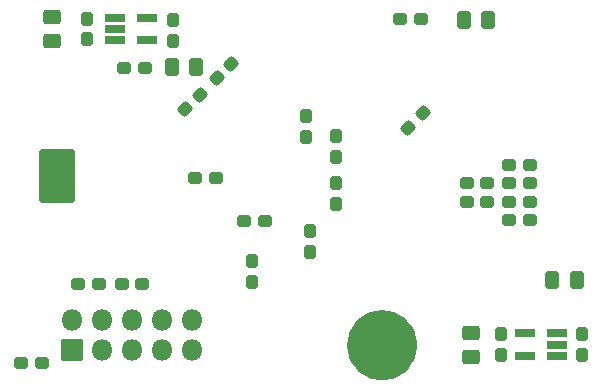
<source format=gbr>
G04 #@! TF.GenerationSoftware,KiCad,Pcbnew,(6.0.4)*
G04 #@! TF.CreationDate,2022-07-13T22:26:53+02:00*
G04 #@! TF.ProjectId,n64rgbv2.1,6e363472-6762-4763-922e-312e6b696361,rev?*
G04 #@! TF.SameCoordinates,Original*
G04 #@! TF.FileFunction,Soldermask,Bot*
G04 #@! TF.FilePolarity,Negative*
%FSLAX46Y46*%
G04 Gerber Fmt 4.6, Leading zero omitted, Abs format (unit mm)*
G04 Created by KiCad (PCBNEW (6.0.4)) date 2022-07-13 22:26:53*
%MOMM*%
%LPD*%
G01*
G04 APERTURE LIST*
G04 Aperture macros list*
%AMRoundRect*
0 Rectangle with rounded corners*
0 $1 Rounding radius*
0 $2 $3 $4 $5 $6 $7 $8 $9 X,Y pos of 4 corners*
0 Add a 4 corners polygon primitive as box body*
4,1,4,$2,$3,$4,$5,$6,$7,$8,$9,$2,$3,0*
0 Add four circle primitives for the rounded corners*
1,1,$1+$1,$2,$3*
1,1,$1+$1,$4,$5*
1,1,$1+$1,$6,$7*
1,1,$1+$1,$8,$9*
0 Add four rect primitives between the rounded corners*
20,1,$1+$1,$2,$3,$4,$5,0*
20,1,$1+$1,$4,$5,$6,$7,0*
20,1,$1+$1,$6,$7,$8,$9,0*
20,1,$1+$1,$8,$9,$2,$3,0*%
G04 Aperture macros list end*
%ADD10C,3.000000*%
%ADD11RoundRect,0.051000X0.850000X-0.850000X0.850000X0.850000X-0.850000X0.850000X-0.850000X-0.850000X0*%
%ADD12O,1.802000X1.802000*%
%ADD13RoundRect,0.301000X0.450000X-0.325000X0.450000X0.325000X-0.450000X0.325000X-0.450000X-0.325000X0*%
%ADD14RoundRect,0.288500X0.035355X0.371231X-0.371231X-0.035355X-0.035355X-0.371231X0.371231X0.035355X0*%
%ADD15RoundRect,0.288500X-0.287500X-0.237500X0.287500X-0.237500X0.287500X0.237500X-0.287500X0.237500X0*%
%ADD16RoundRect,0.288500X0.237500X-0.287500X0.237500X0.287500X-0.237500X0.287500X-0.237500X-0.287500X0*%
%ADD17RoundRect,0.288500X-0.035355X-0.371231X0.371231X0.035355X0.035355X0.371231X-0.371231X-0.035355X0*%
%ADD18RoundRect,0.288500X-0.237500X0.287500X-0.237500X-0.287500X0.237500X-0.287500X0.237500X0.287500X0*%
%ADD19RoundRect,0.051000X-0.780000X-0.325000X0.780000X-0.325000X0.780000X0.325000X-0.780000X0.325000X0*%
%ADD20RoundRect,0.288500X0.287500X0.237500X-0.287500X0.237500X-0.287500X-0.237500X0.287500X-0.237500X0*%
%ADD21RoundRect,0.301000X-0.325000X-0.450000X0.325000X-0.450000X0.325000X0.450000X-0.325000X0.450000X0*%
%ADD22RoundRect,0.051000X0.780000X0.325000X-0.780000X0.325000X-0.780000X-0.325000X0.780000X-0.325000X0*%
%ADD23RoundRect,0.301000X-0.450000X0.325000X-0.450000X-0.325000X0.450000X-0.325000X0.450000X0.325000X0*%
%ADD24RoundRect,0.351000X1.200000X-1.950000X1.200000X1.950000X-1.200000X1.950000X-1.200000X-1.950000X0*%
G04 APERTURE END LIST*
D10*
X150943440Y-117475000D02*
G75*
G03*
X150943440Y-117475000I-1500000J0D01*
G01*
D11*
X123190000Y-117854000D03*
D12*
X123190000Y-115314000D03*
X125730000Y-117854000D03*
X125730000Y-115314000D03*
X128270000Y-117854000D03*
X128270000Y-115314000D03*
X130810000Y-117854000D03*
X130810000Y-115314000D03*
X133350000Y-117854000D03*
X133350000Y-115314000D03*
D13*
X121539000Y-91703000D03*
X121539000Y-89653000D03*
D14*
X134032805Y-96270169D03*
X132795369Y-97507605D03*
D15*
X137745500Y-106934000D03*
X139495500Y-106934000D03*
D16*
X145542000Y-105523000D03*
X145542000Y-103773000D03*
D17*
X135435795Y-94881245D03*
X136673231Y-93643809D03*
D15*
X133618000Y-103314500D03*
X135368000Y-103314500D03*
D18*
X138430000Y-110377000D03*
X138430000Y-112127000D03*
X143383000Y-107837000D03*
X143383000Y-109587000D03*
D17*
X151654282Y-99043718D03*
X152891718Y-97806282D03*
D18*
X143002000Y-98058000D03*
X143002000Y-99808000D03*
D16*
X131754880Y-91720540D03*
X131754880Y-89970540D03*
D19*
X126830920Y-91643280D03*
X126830920Y-90693280D03*
X126830920Y-89743280D03*
X129530920Y-89743280D03*
X129530920Y-91643280D03*
D20*
X161946560Y-105323640D03*
X160196560Y-105323640D03*
X161946661Y-103771700D03*
X160196661Y-103771700D03*
X161946661Y-106873040D03*
X160196661Y-106873040D03*
X161946460Y-102209600D03*
X160196460Y-102209600D03*
D21*
X163871800Y-111963200D03*
X165921800Y-111963200D03*
D20*
X129368420Y-93959680D03*
X127618420Y-93959680D03*
D15*
X156605000Y-105323640D03*
X158355000Y-105323640D03*
X156605000Y-103774240D03*
X158355000Y-103774240D03*
D20*
X152741500Y-89882980D03*
X150991500Y-89882980D03*
D21*
X156376500Y-89916000D03*
X158426500Y-89916000D03*
D22*
X164263240Y-116464040D03*
X164263240Y-117414040D03*
X164263240Y-118364040D03*
X161563240Y-118364040D03*
X161563240Y-116464040D03*
D23*
X156972000Y-116401500D03*
X156972000Y-118451500D03*
D18*
X166385240Y-116513540D03*
X166385240Y-118263540D03*
X159512000Y-116539040D03*
X159512000Y-118289040D03*
D21*
X131674760Y-93949520D03*
X133724760Y-93949520D03*
D15*
X127395000Y-112268000D03*
X129145000Y-112268000D03*
D20*
X125480000Y-112264000D03*
X123730000Y-112264000D03*
D15*
X118886000Y-118999000D03*
X120636000Y-118999000D03*
D16*
X124460000Y-91583480D03*
X124460000Y-89833480D03*
D18*
X145542000Y-99772500D03*
X145542000Y-101522500D03*
D24*
X121920000Y-103124000D03*
M02*

</source>
